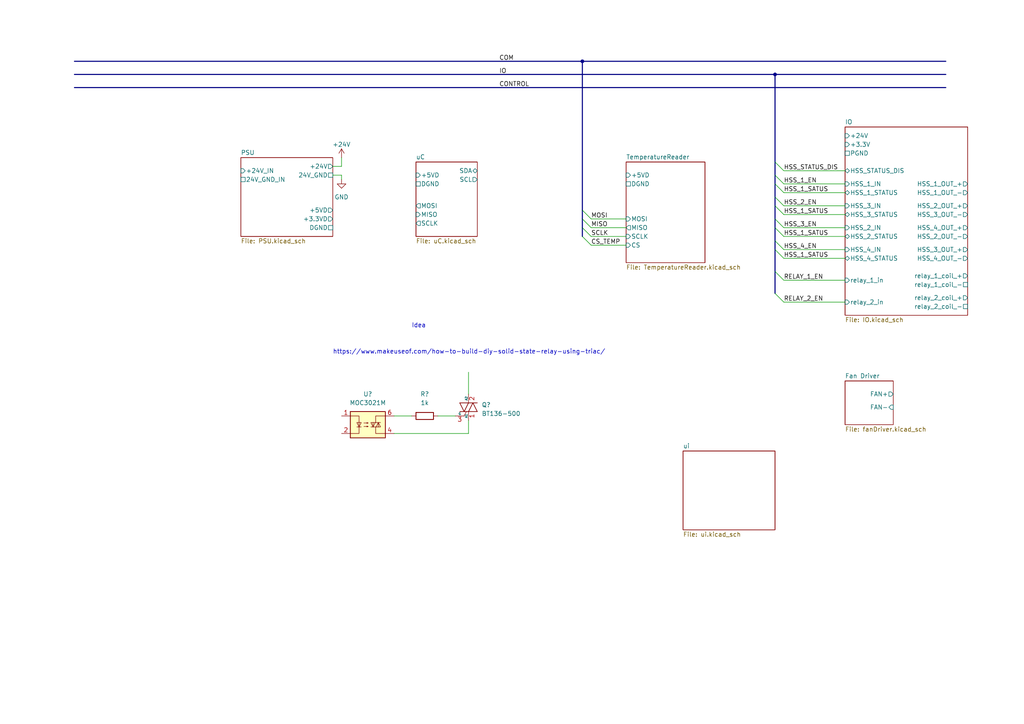
<source format=kicad_sch>
(kicad_sch (version 20230121) (generator eeschema)
  (paper "A4")
  (lib_symbols
    (symbol "Device:R" (pin_numbers hide) (pin_names (offset 0))
      (property "Reference" "R" (at 2.032 0 90))
      (property "Value" "R" (at 0 0 90))
      (symbol "R_0_1"
        (rectangle (start -1.016 -2.54) (end 1.016 2.54) (stroke (width 0.254)))
      )
      (symbol "R_1_1"
        (pin passive line (at 0 3.81 270) (length 1.27) (name "~") (number "1"))
        (pin passive line (at 0 -3.81 90) (length 1.27) (name "~") (number "2"))
      )
    )
    (symbol "Relay_SolidState:MOC3021M"
      (property "Reference" "U" (at -5.334 4.826 0))
      (property "Value" "MOC3021M" (at 0 5.08 0))
      (symbol "MOC3021M_0_1"
        (rectangle (start -5.08 3.81) (end 5.08 -3.81) (stroke (width 0.254)) (fill (type background)))
        (polyline (pts (xy -3.175 -0.635) (xy -1.905 -0.635)))
        (polyline (pts (xy 1.524 -0.635) (xy 1.524 0.635)))
        (polyline (pts (xy 3.048 0.635) (xy 3.048 -0.635)))
        (polyline (pts (xy 2.286 -0.635) (xy 2.286 -2.54) (xy 5.08 -2.54)))
        (polyline (pts (xy 2.286 0.635) (xy 2.286 2.54) (xy 5.08 2.54)))
        (polyline (pts (xy -5.08 2.54) (xy -2.54 2.54) (xy -2.54 -2.54) (xy -5.08 -2.54)))
        (polyline (pts (xy -2.54 -0.635) (xy -3.175 0.635) (xy -1.905 0.635) (xy -2.54 -0.635)))
        (polyline (pts (xy 0.889 -0.635) (xy 3.683 -0.635) (xy 3.048 0.635) (xy 2.413 -0.635)))
        (polyline (pts (xy 3.683 0.635) (xy 0.889 0.635) (xy 1.524 -0.635) (xy 2.159 0.635)))
        (polyline (pts (xy -1.143 -0.508) (xy 0.127 -0.508) (xy -0.254 -0.635) (xy -0.254 -0.381) (xy 0.127 -0.508)))
        (polyline (pts (xy -1.143 0.508) (xy 0.127 0.508) (xy -0.254 0.381) (xy -0.254 0.635) (xy 0.127 0.508)))
      )
      (symbol "MOC3021M_1_1"
        (pin passive line (at -7.62 2.54 0) (length 2.54) (name "~") (number "1"))
        (pin passive line (at -7.62 -2.54 0) (length 2.54) (name "~") (number "2"))
        (pin no_connect line (at -5.08 0 0) (length 2.54) hide (name "NC") (number "3"))
        (pin passive line (at 7.62 -2.54 180) (length 2.54) (name "~") (number "4"))
        (pin no_connect line (at 5.08 0 180) (length 2.54) hide (name "NC") (number "5"))
        (pin passive line (at 7.62 2.54 180) (length 2.54) (name "~") (number "6"))
      )
    )
    (symbol "Triac_Thyristor:BT136-500" (pin_names (offset 0))
      (property "Reference" "Q" (at 5.08 1.905 0))
      (property "Value" "BT136-500" (at 5.08 0 0))
      (symbol "BT136-500_0_1"
        (polyline (pts (xy -2.54 -1.27) (xy 2.54 -1.27)) (stroke (width 0.2032)))
        (polyline (pts (xy -2.54 1.27) (xy 2.54 1.27)) (stroke (width 0.2032)))
        (polyline (pts (xy -1.27 -2.54) (xy -0.635 -1.27)))
        (polyline (pts (xy -2.54 1.27) (xy -1.27 -1.27) (xy 0 1.27)) (stroke (width 0.2032)))
        (polyline (pts (xy 0 -1.27) (xy 1.27 1.27) (xy 2.54 -1.27)) (stroke (width 0.2032)))
      )
      (symbol "BT136-500_1_1"
        (pin passive line (at 0 -3.81 90) (length 2.54) (name "A1") (number "1"))
        (pin passive line (at 0 3.81 270) (length 2.54) (name "A2") (number "2"))
        (pin input line (at -3.81 -2.54 0) (length 2.54) (name "G") (number "3"))
      )
    )
    (symbol "power:+24V" (power) (pin_names (offset 0))
      (property "Value" "+24V" (at 0 3.556 0))
      (symbol "+24V_0_1"
        (polyline (pts (xy -0.762 1.27) (xy 0 2.54)))
        (polyline (pts (xy 0 0) (xy 0 2.54)))
        (polyline (pts (xy 0 2.54) (xy 0.762 1.27)))
      )
      (symbol "+24V_1_1"
        (pin power_in line (at 0 0 90) (length 0) hide (name "+24V") (number "1"))
      )
    )
    (symbol "power:GND" (power) (pin_names (offset 0))
      (property "Value" "GND" (at 0 -3.81 0))
      (symbol "GND_0_1"
        (polyline (pts (xy 0 0) (xy 0 -1.27) (xy 1.27 -1.27) (xy 0 -2.54) (xy -1.27 -1.27) (xy 0 -1.27)))
      )
      (symbol "GND_1_1"
        (pin power_in line (at 0 0 270) (length 0) hide (name "GND") (number "1"))
      )
    )
  )
  (junction (at 224.79 21.59))
  (junction (at 168.91 17.78))
  (bus_entry (at 224.79 46.99) (size 2.54 2.54))
  (bus_entry (at 224.79 69.85) (size 2.54 2.54))
  (bus_entry (at 224.79 85.09) (size 2.54 2.54))
  (bus_entry (at 224.79 66.04) (size 2.54 2.54))
  (bus_entry (at 224.79 53.34) (size 2.54 2.54))
  (bus_entry (at 224.79 72.39) (size 2.54 2.54))
  (bus_entry (at 168.91 60.96) (size 2.54 2.54))
  (bus_entry (at 168.91 63.5) (size 2.54 2.54))
  (bus_entry (at 224.79 63.5) (size 2.54 2.54))
  (bus_entry (at 224.79 78.74) (size 2.54 2.54))
  (bus_entry (at 224.79 50.8) (size 2.54 2.54))
  (bus_entry (at 224.79 57.15) (size 2.54 2.54))
  (bus_entry (at 168.91 68.58) (size 2.54 2.54))
  (bus_entry (at 168.91 66.04) (size 2.54 2.54))
  (bus_entry (at 224.79 59.69) (size 2.54 2.54))
  (wire (pts (xy 114.3 120.65) (xy 119.38 120.65)))
  (bus (pts (xy 168.91 60.96) (xy 168.91 63.5)))
  (wire (pts (xy 171.45 63.5) (xy 181.61 63.5)))
  (wire (pts (xy 227.33 62.23) (xy 245.11 62.23)))
  (bus (pts (xy 21.59 17.78) (xy 168.91 17.78)))
  (wire (pts (xy 227.33 68.58) (xy 245.11 68.58)))
  (wire (pts (xy 227.33 74.93) (xy 245.11 74.93)))
  (wire (pts (xy 99.06 45.72) (xy 99.06 48.26)))
  (bus (pts (xy 21.59 21.59) (xy 224.79 21.59)))
  (bus (pts (xy 168.91 66.04) (xy 168.91 68.58)))
  (bus (pts (xy 168.91 63.5) (xy 168.91 66.04)))
  (bus (pts (xy 224.79 50.8) (xy 224.79 53.34)))
  (wire (pts (xy 227.33 55.88) (xy 245.11 55.88)))
  (wire (pts (xy 96.52 50.8) (xy 99.06 50.8)))
  (bus (pts (xy 224.79 78.74) (xy 224.79 85.09)))
  (wire (pts (xy 227.33 66.04) (xy 245.11 66.04)))
  (wire (pts (xy 227.33 87.63) (xy 245.11 87.63)))
  (wire (pts (xy 96.52 48.26) (xy 99.06 48.26)))
  (bus (pts (xy 224.79 21.59) (xy 224.79 46.99)))
  (wire (pts (xy 135.89 107.95) (xy 135.89 114.3)))
  (bus (pts (xy 21.59 25.4) (xy 274.32 25.4)))
  (bus (pts (xy 224.79 46.99) (xy 224.79 50.8)))
  (wire (pts (xy 227.33 81.28) (xy 245.11 81.28)))
  (wire (pts (xy 171.45 68.58) (xy 181.61 68.58)))
  (wire (pts (xy 171.45 66.04) (xy 181.61 66.04)))
  (bus (pts (xy 224.79 63.5) (xy 224.79 66.04)))
  (wire (pts (xy 227.33 53.34) (xy 245.11 53.34)))
  (bus (pts (xy 224.79 53.34) (xy 224.79 57.15)))
  (wire (pts (xy 227.33 49.53) (xy 245.11 49.53)))
  (wire (pts (xy 171.45 71.12) (xy 181.61 71.12)))
  (wire (pts (xy 114.3 125.73) (xy 135.89 125.73)))
  (wire (pts (xy 135.89 121.92) (xy 135.89 125.73)))
  (wire (pts (xy 99.06 50.8) (xy 99.06 52.07)))
  (bus (pts (xy 224.79 59.69) (xy 224.79 63.5)))
  (bus (pts (xy 224.79 72.39) (xy 224.79 78.74)))
  (wire (pts (xy 227.33 72.39) (xy 245.11 72.39)))
  (bus (pts (xy 168.91 17.78) (xy 274.32 17.78)))
  (bus (pts (xy 224.79 57.15) (xy 224.79 59.69)))
  (wire (pts (xy 227.33 59.69) (xy 245.11 59.69)))
  (wire (pts (xy 127 120.65) (xy 132.08 120.65)))
  (bus (pts (xy 224.79 66.04) (xy 224.79 69.85)))
  (bus (pts (xy 224.79 21.59) (xy 274.32 21.59)))
  (bus (pts (xy 224.79 69.85) (xy 224.79 72.39)))
  (bus (pts (xy 168.91 17.78) (xy 168.91 60.96)))
  (text "https://www.makeuseof.com/how-to-build-diy-solid-state-relay-using-triac/\n" (at 96.52 102.87 0) (effects (font (size 1.27 1.27)) (justify left bottom)))
  (text "Idea\n" (at 119.38 95.25 0) (effects (font (size 1.27 1.27)) (justify left bottom)))
  (label "HSS_2_EN" (at 227.33 59.69 0))
  (label "COM" (at 144.78 17.78 0))
  (label "HSS_1_SATUS" (at 227.33 55.88 0))
  (label "IO" (at 144.78 21.59 0))
  (label "MISO" (at 171.45 66.04 0))
  (label "MOSI" (at 171.45 63.5 0))
  (label "HSS_1_SATUS" (at 227.33 74.93 0))
  (label "HSS_STATUS_DIS" (at 227.33 49.53 0))
  (label "RELAY_2_EN" (at 227.33 87.63 0))
  (label "CONTROL" (at 144.78 25.4 0))
  (label "HSS_4_EN" (at 227.33 72.39 0))
  (label "SCLK" (at 171.45 68.58 0))
  (label "HSS_1_SATUS" (at 227.33 62.23 0))
  (label "CS_TEMP" (at 171.45 71.12 0))
  (label "HSS_3_EN" (at 227.33 66.04 0))
  (label "RELAY_1_EN" (at 227.33 81.28 0))
  (label "HSS_1_SATUS" (at 227.33 68.58 0))
  (label "HSS_1_EN" (at 227.33 53.34 0))
  (symbol (lib_id "Device:R") (at 123.19 120.65 90) (unit 1)
    (property "Reference" "R?" (at 123.19 114.3 90))
    (property "Value" "1k" (at 123.19 116.84 90))
    (property "Footprint" "Resistor_SMD:R_1206_3216Metric" (effects hide))
  )
  (symbol (lib_id "power:GND") (at 99.06 52.07 0) (unit 1)
    (property "Reference" "#PWR02" (effects hide))
    (property "Value" "GND" (at 99.06 57.15 0))
  )
  (symbol (lib_id "Relay_SolidState:MOC3021M") (at 106.68 123.19 0) (unit 1)
    (property "Reference" "U?" (at 106.68 114.3 0))
    (property "Value" "MOC3021M" (at 106.68 116.84 0))
    (property "Datasheet" "https://www.onsemi.com/pub/Collateral/MOC3023M-D.PDF" (effects hide))
  )
  (symbol (lib_id "power:+24V") (at 99.06 45.72 0) (unit 1)
    (property "Reference" "#PWR01" (effects hide))
    (property "Value" "+24V" (at 99.06 41.91 0))
  )
  (symbol (lib_id "Triac_Thyristor:BT136-500") (at 135.89 118.11 0) (unit 1)
    (property "Reference" "Q?" (at 139.7 117.4241 0) (effects (justify left)))
    (property "Value" "BT136-500" (at 139.7 119.9641 0) (effects (justify left)))
    (property "Footprint" "Package_TO_SOT_THT:TO-220-3_Vertical" (effects hide))
    (property "Datasheet" "http://www.micropik.com/PDF/BT136-600.pdf" (effects hide))
  )
  (sheet (at 245.11 36.83) (size 35.56 54.61) (stroke (width 0.1524))
    (property "Sheetname" "IO" (at 245.11 36.1184 0) (effects (justify left bottom)))
    (property "Sheetfile" "IO.kicad_sch" (at 245.11 92.0246 0) (effects (justify left top)))
    (pin "+24V" input (at 245.11 39.37 180))
    (pin "PGND" passive (at 245.11 44.45 180))
    (pin "HSS_1_IN" input (at 245.11 53.34 180))
    (pin "+3.3V" input (at 245.11 41.91 180))
    (pin "HSS_3_STATUS" bidirectional (at 245.11 62.23 180))
    (pin "HSS_3_IN" input (at 245.11 59.69 180))
    (pin "HSS_STATUS_DIS" bidirectional (at 245.11 49.53 180))
    (pin "HSS_4_STATUS" bidirectional (at 245.11 74.93 180))
    (pin "HSS_4_IN" input (at 245.11 72.39 180))
    (pin "HSS_2_STATUS" bidirectional (at 245.11 68.58 180))
    (pin "HSS_2_IN" input (at 245.11 66.04 180))
    (pin "HSS_1_STATUS" bidirectional (at 245.11 55.88 180))
    (pin "HSS_2_OUT_-" output (at 280.67 68.58 0))
    (pin "HSS_1_OUT_-" output (at 280.67 55.88 0))
    (pin "HSS_3_OUT_-" output (at 280.67 62.23 0))
    (pin "HSS_4_OUT_-" output (at 280.67 74.93 0))
    (pin "HSS_1_OUT_+" output (at 280.67 53.34 0))
    (pin "HSS_2_OUT_+" output (at 280.67 59.69 0))
    (pin "HSS_4_OUT_+" output (at 280.67 66.04 0))
    (pin "HSS_3_OUT_+" output (at 280.67 72.39 0))
    (pin "relay_1_coil_+" output (at 280.67 80.01 0))
    (pin "relay_2_coil_+" output (at 280.67 86.36 0))
    (pin "relay_1_in" input (at 245.11 81.28 180))
    (pin "relay_2_in" input (at 245.11 87.63 180))
    (pin "relay_1_coil_-" passive (at 280.67 82.55 0))
    (pin "relay_2_coil_-" passive (at 280.67 88.9 0))
  )
  (sheet (at 120.65 46.99) (size 17.78 21.59) (stroke (width 0.1524))
    (property "Sheetname" "uC" (at 120.65 46.2784 0) (effects (justify left bottom)))
    (property "Sheetfile" "uC.kicad_sch" (at 120.65 69.1646 0) (effects (justify left top)))
    (pin "MOSI" output (at 120.65 59.69 180))
    (pin "MISO" input (at 120.65 62.23 180))
    (pin "SCLK" output (at 120.65 64.77 180))
    (pin "DGND" passive (at 120.65 53.34 180))
    (pin "SDA" bidirectional (at 138.43 49.53 0))
    (pin "SCL" output (at 138.43 52.07 0))
    (pin "+5VD" input (at 120.65 50.8 180))
  )
  (sheet (at 245.11 110.49) (size 13.97 12.7) (stroke (width 0.1524))
    (property "Sheetname" "Fan Driver" (at 245.11 109.7784 0) (effects (justify left bottom)))
    (property "Sheetfile" "fanDriver.kicad_sch" (at 245.11 123.7746 0) (effects (justify left top)))
    (pin "FAN+" output (at 259.08 114.3 0))
    (pin "FAN-" input (at 259.08 118.11 0))
  )
  (sheet (at 198.12 130.81) (size 26.67 22.86) (stroke (width 0.1524))
    (property "Sheetname" "ui" (at 198.12 130.0984 0) (effects (justify left bottom)))
    (property "Sheetfile" "ui.kicad_sch" (at 198.12 154.2546 0) (effects (justify left top)))
  )
  (sheet (at 181.61 46.99) (size 22.86 29.21) (stroke (width 0.1524))
    (property "Sheetname" "TemperatureReader" (at 181.61 46.2784 0) (effects (justify left bottom)))
    (property "Sheetfile" "TemperatureReader.kicad_sch" (at 181.61 76.7846 0) (effects (justify left top)))
    (pin "DGND" passive (at 181.61 53.34 180))
    (pin "+5VD" input (at 181.61 50.8 180))
    (pin "MOSI" input (at 181.61 63.5 180))
    (pin "SCLK" input (at 181.61 68.58 180))
    (pin "MISO" output (at 181.61 66.04 180))
    (pin "CS" input (at 181.61 71.12 180))
  )
  (sheet (at 69.85 45.72) (size 26.67 22.86) (stroke (width 0.1524))
    (property "Sheetname" "PSU" (at 69.85 45.0084 0) (effects (justify left bottom)))
    (property "Sheetfile" "PSU.kicad_sch" (at 69.85 69.1646 0) (effects (justify left top)))
    (pin "+24V" output (at 96.52 48.26 0))
    (pin "24V_GND" passive (at 96.52 50.8 0))
    (pin "+5VD" output (at 96.52 60.96 0))
    (pin "+3.3VD" output (at 96.52 63.5 0))
    (pin "DGND" passive (at 96.52 66.04 0))
    (pin "+24V_IN" input (at 69.85 49.53 180))
    (pin "24V_GND_IN" passive (at 69.85 52.07 180))
  )
)
</source>
